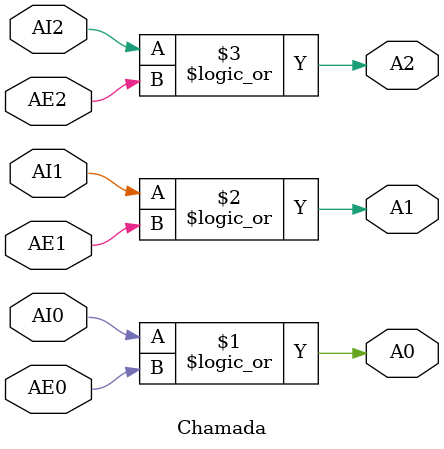
<source format=v>
/*
 * Modulo responsável em traduzir as chamadas internas e externas em uma chamada global
 * cujas saídas serão acopladas no módulo de Andar
 */
module Chamada(
	input AI0, // Chave 0 para chamada interna
	input AI1, // Chave 1 para chamada interna
	input AI2, // Chave 2 para chamada interna
	input AE0, // Chave 0 para chamada externa
	input AE1, // Chave 1 para chamada externa
	input AE2, // Chave 2 para chamada externa
	output A0,
	output A1,
	output A2
);
	assign A0 = AI0 || AE0;
	assign A1 = AI1 || AE1;
	assign A2 = AI2 || AE2;	
endmodule

</source>
